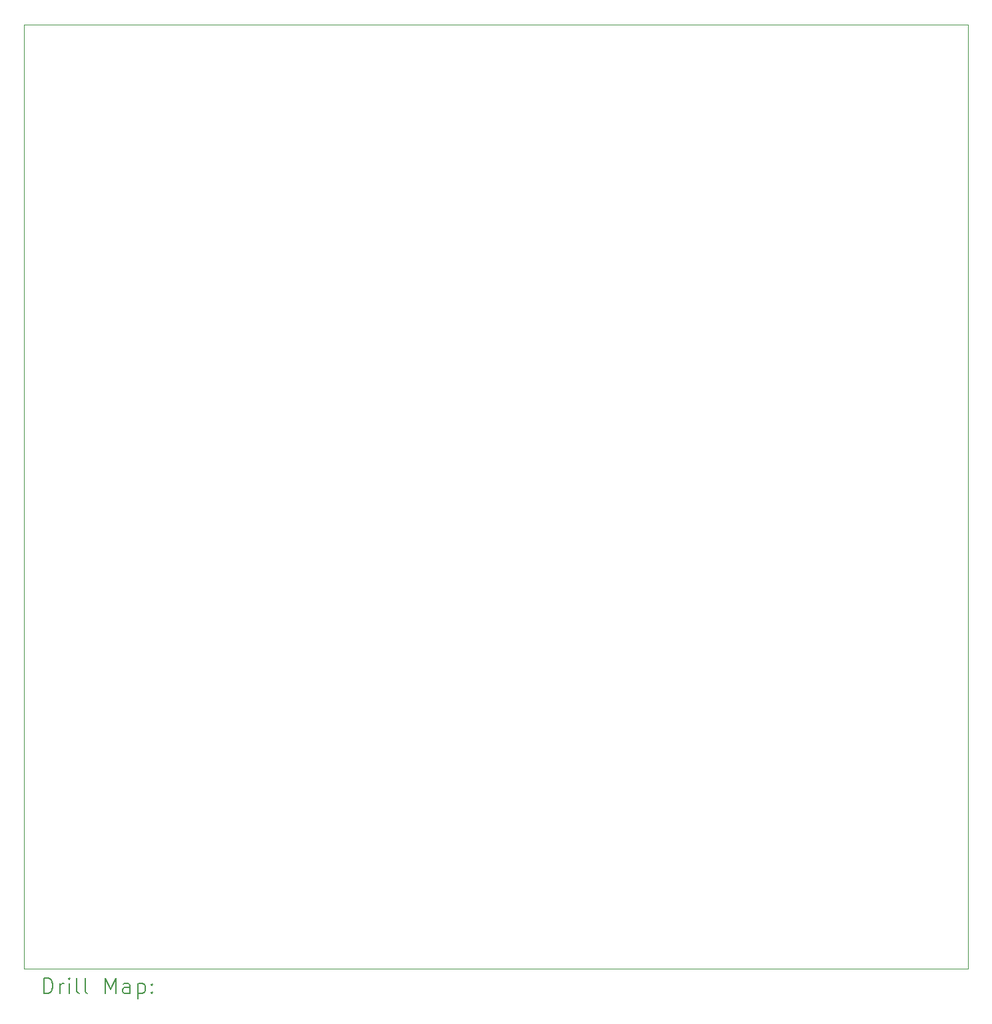
<source format=gbr>
%FSLAX45Y45*%
G04 Gerber Fmt 4.5, Leading zero omitted, Abs format (unit mm)*
G04 Created by KiCad (PCBNEW (6.0.5)) date 2023-11-06 22:26:34*
%MOMM*%
%LPD*%
G01*
G04 APERTURE LIST*
%TA.AperFunction,Profile*%
%ADD10C,0.100000*%
%TD*%
%ADD11C,0.200000*%
G04 APERTURE END LIST*
D10*
X4860000Y-3120000D02*
X4860000Y-15120000D01*
X4860000Y-3120000D02*
X16860000Y-3120000D01*
X4860000Y-15120000D02*
X16860000Y-15120000D01*
X16860000Y-15120000D02*
X16860000Y-3120000D01*
D11*
X5112619Y-15435476D02*
X5112619Y-15235476D01*
X5160238Y-15235476D01*
X5188810Y-15245000D01*
X5207857Y-15264048D01*
X5217381Y-15283095D01*
X5226905Y-15321190D01*
X5226905Y-15349762D01*
X5217381Y-15387857D01*
X5207857Y-15406905D01*
X5188810Y-15425952D01*
X5160238Y-15435476D01*
X5112619Y-15435476D01*
X5312619Y-15435476D02*
X5312619Y-15302143D01*
X5312619Y-15340238D02*
X5322143Y-15321190D01*
X5331667Y-15311667D01*
X5350714Y-15302143D01*
X5369762Y-15302143D01*
X5436429Y-15435476D02*
X5436429Y-15302143D01*
X5436429Y-15235476D02*
X5426905Y-15245000D01*
X5436429Y-15254524D01*
X5445952Y-15245000D01*
X5436429Y-15235476D01*
X5436429Y-15254524D01*
X5560238Y-15435476D02*
X5541190Y-15425952D01*
X5531667Y-15406905D01*
X5531667Y-15235476D01*
X5665000Y-15435476D02*
X5645952Y-15425952D01*
X5636428Y-15406905D01*
X5636428Y-15235476D01*
X5893571Y-15435476D02*
X5893571Y-15235476D01*
X5960238Y-15378333D01*
X6026905Y-15235476D01*
X6026905Y-15435476D01*
X6207857Y-15435476D02*
X6207857Y-15330714D01*
X6198333Y-15311667D01*
X6179286Y-15302143D01*
X6141190Y-15302143D01*
X6122143Y-15311667D01*
X6207857Y-15425952D02*
X6188809Y-15435476D01*
X6141190Y-15435476D01*
X6122143Y-15425952D01*
X6112619Y-15406905D01*
X6112619Y-15387857D01*
X6122143Y-15368809D01*
X6141190Y-15359286D01*
X6188809Y-15359286D01*
X6207857Y-15349762D01*
X6303095Y-15302143D02*
X6303095Y-15502143D01*
X6303095Y-15311667D02*
X6322143Y-15302143D01*
X6360238Y-15302143D01*
X6379286Y-15311667D01*
X6388809Y-15321190D01*
X6398333Y-15340238D01*
X6398333Y-15397381D01*
X6388809Y-15416428D01*
X6379286Y-15425952D01*
X6360238Y-15435476D01*
X6322143Y-15435476D01*
X6303095Y-15425952D01*
X6484048Y-15416428D02*
X6493571Y-15425952D01*
X6484048Y-15435476D01*
X6474524Y-15425952D01*
X6484048Y-15416428D01*
X6484048Y-15435476D01*
X6484048Y-15311667D02*
X6493571Y-15321190D01*
X6484048Y-15330714D01*
X6474524Y-15321190D01*
X6484048Y-15311667D01*
X6484048Y-15330714D01*
M02*

</source>
